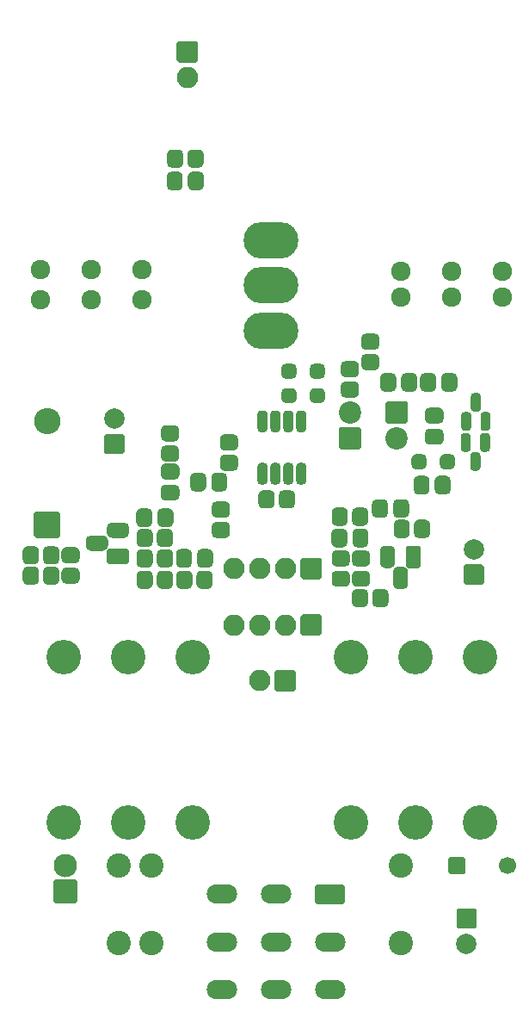
<source format=gts>
G04 #@! TF.GenerationSoftware,KiCad,Pcbnew,7.0.5.1-1-g8f565ef7f0-dirty-deb11*
G04 #@! TF.CreationDate,2023-08-09T17:10:44+00:00*
G04 #@! TF.ProjectId,GreenBean,47726565-6e42-4656-916e-2e6b69636164,rev?*
G04 #@! TF.SameCoordinates,Original*
G04 #@! TF.FileFunction,Soldermask,Top*
G04 #@! TF.FilePolarity,Negative*
%FSLAX46Y46*%
G04 Gerber Fmt 4.6, Leading zero omitted, Abs format (unit mm)*
G04 Created by KiCad (PCBNEW 7.0.5.1-1-g8f565ef7f0-dirty-deb11) date 2023-08-09 17:10:44*
%MOMM*%
%LPD*%
G01*
G04 APERTURE LIST*
%ADD10O,3.000000X1.900000*%
%ADD11C,3.400000*%
%ADD12O,2.100000X2.100000*%
%ADD13C,2.000000*%
%ADD14C,2.300000*%
%ADD15C,2.398980*%
%ADD16C,1.700000*%
%ADD17O,5.400000X3.600000*%
%ADD18C,2.200000*%
%ADD19O,2.600000X2.600000*%
%ADD20C,1.924000*%
G04 APERTURE END LIST*
G36*
G01*
X150050000Y-137075000D02*
X150050000Y-138575000D01*
G75*
G02*
X149850000Y-138775000I-200000J0D01*
G01*
X147250000Y-138775000D01*
G75*
G02*
X147050000Y-138575000I0J200000D01*
G01*
X147050000Y-137075000D01*
G75*
G02*
X147250000Y-136875000I200000J0D01*
G01*
X149850000Y-136875000D01*
G75*
G02*
X150050000Y-137075000I0J-200000D01*
G01*
G37*
D10*
X143250000Y-137825000D03*
X137950000Y-137825000D03*
X148550000Y-142525000D03*
X143250000Y-142550000D03*
X137950000Y-142525000D03*
X148550000Y-147225000D03*
X143250000Y-147225000D03*
X137950000Y-147225000D03*
D11*
X128660000Y-130730000D03*
X128660000Y-114500000D03*
X122310000Y-130730000D03*
X122310000Y-114500000D03*
X135010000Y-130730000D03*
X135010000Y-114500000D03*
G36*
G01*
X133460000Y-55850000D02*
X133460000Y-54150000D01*
G75*
G02*
X133660000Y-53950000I200000J0D01*
G01*
X135360000Y-53950000D01*
G75*
G02*
X135560000Y-54150000I0J-200000D01*
G01*
X135560000Y-55850000D01*
G75*
G02*
X135360000Y-56050000I-200000J0D01*
G01*
X133660000Y-56050000D01*
G75*
G02*
X133460000Y-55850000I0J200000D01*
G01*
G37*
D12*
X134510000Y-57540000D03*
G36*
G01*
X145850000Y-110300000D02*
X147550000Y-110300000D01*
G75*
G02*
X147750000Y-110500000I0J-200000D01*
G01*
X147750000Y-112200000D01*
G75*
G02*
X147550000Y-112400000I-200000J0D01*
G01*
X145850000Y-112400000D01*
G75*
G02*
X145650000Y-112200000I0J200000D01*
G01*
X145650000Y-110500000D01*
G75*
G02*
X145850000Y-110300000I200000J0D01*
G01*
G37*
X144160000Y-111350000D03*
X141620000Y-111350000D03*
X139080000Y-111350000D03*
G36*
G01*
X145850000Y-104750000D02*
X147550000Y-104750000D01*
G75*
G02*
X147750000Y-104950000I0J-200000D01*
G01*
X147750000Y-106650000D01*
G75*
G02*
X147550000Y-106850000I-200000J0D01*
G01*
X145850000Y-106850000D01*
G75*
G02*
X145650000Y-106650000I0J200000D01*
G01*
X145650000Y-104950000D01*
G75*
G02*
X145850000Y-104750000I200000J0D01*
G01*
G37*
X144160000Y-105800000D03*
X141620000Y-105800000D03*
X139080000Y-105800000D03*
G36*
G01*
X161200000Y-139200000D02*
X162800000Y-139200000D01*
G75*
G02*
X163000000Y-139400000I0J-200000D01*
G01*
X163000000Y-141000000D01*
G75*
G02*
X162800000Y-141200000I-200000J0D01*
G01*
X161200000Y-141200000D01*
G75*
G02*
X161000000Y-141000000I0J200000D01*
G01*
X161000000Y-139400000D01*
G75*
G02*
X161200000Y-139200000I200000J0D01*
G01*
G37*
D13*
X162000000Y-142700000D03*
G36*
G01*
X123700000Y-136590000D02*
X123700000Y-138490000D01*
G75*
G02*
X123500000Y-138690000I-200000J0D01*
G01*
X121500000Y-138690000D01*
G75*
G02*
X121300000Y-138490000I0J200000D01*
G01*
X121300000Y-136590000D01*
G75*
G02*
X121500000Y-136390000I200000J0D01*
G01*
X123500000Y-136390000D01*
G75*
G02*
X123700000Y-136590000I0J-200000D01*
G01*
G37*
D14*
X122500000Y-135000000D03*
D15*
X155500000Y-135000000D03*
X155500000Y-142620000D03*
X127760000Y-142600000D03*
X127760000Y-134980000D03*
X131010000Y-135000000D03*
X131010000Y-142620000D03*
G36*
G01*
X160200000Y-135650000D02*
X160200000Y-134350000D01*
G75*
G02*
X160400000Y-134150000I200000J0D01*
G01*
X161700000Y-134150000D01*
G75*
G02*
X161900000Y-134350000I0J-200000D01*
G01*
X161900000Y-135650000D01*
G75*
G02*
X161700000Y-135850000I-200000J0D01*
G01*
X160400000Y-135850000D01*
G75*
G02*
X160200000Y-135650000I0J200000D01*
G01*
G37*
D16*
X166050000Y-135000000D03*
G36*
G01*
X143290000Y-115760000D02*
X144990000Y-115760000D01*
G75*
G02*
X145190000Y-115960000I0J-200000D01*
G01*
X145190000Y-117660000D01*
G75*
G02*
X144990000Y-117860000I-200000J0D01*
G01*
X143290000Y-117860000D01*
G75*
G02*
X143090000Y-117660000I0J200000D01*
G01*
X143090000Y-115960000D01*
G75*
G02*
X143290000Y-115760000I200000J0D01*
G01*
G37*
D12*
X141600000Y-116810000D03*
D11*
X156925000Y-114500000D03*
X156925000Y-130730000D03*
X163275000Y-114500000D03*
X163275000Y-130730000D03*
X150575000Y-114500000D03*
X150575000Y-130730000D03*
G36*
G01*
X141510000Y-99450000D02*
X141510000Y-98550000D01*
G75*
G02*
X141960000Y-98100000I450000J0D01*
G01*
X142660000Y-98100000D01*
G75*
G02*
X143110000Y-98550000I0J-450000D01*
G01*
X143110000Y-99450000D01*
G75*
G02*
X142660000Y-99900000I-450000J0D01*
G01*
X141960000Y-99900000D01*
G75*
G02*
X141510000Y-99450000I0J450000D01*
G01*
G37*
G36*
G01*
X143510000Y-99450000D02*
X143510000Y-98550000D01*
G75*
G02*
X143960000Y-98100000I450000J0D01*
G01*
X144660000Y-98100000D01*
G75*
G02*
X145110000Y-98550000I0J-450000D01*
G01*
X145110000Y-99450000D01*
G75*
G02*
X144660000Y-99900000I-450000J0D01*
G01*
X143960000Y-99900000D01*
G75*
G02*
X143510000Y-99450000I0J450000D01*
G01*
G37*
D17*
X142710000Y-82400000D03*
X142710000Y-77950000D03*
X142710000Y-73500000D03*
G36*
G01*
X151410000Y-94075000D02*
X149610000Y-94075000D01*
G75*
G02*
X149410000Y-93875000I0J200000D01*
G01*
X149410000Y-92075000D01*
G75*
G02*
X149610000Y-91875000I200000J0D01*
G01*
X151410000Y-91875000D01*
G75*
G02*
X151610000Y-92075000I0J-200000D01*
G01*
X151610000Y-93875000D01*
G75*
G02*
X151410000Y-94075000I-200000J0D01*
G01*
G37*
D18*
X150510000Y-90435000D03*
G36*
G01*
X133110000Y-106450000D02*
X133110000Y-107350000D01*
G75*
G02*
X132660000Y-107800000I-450000J0D01*
G01*
X131960000Y-107800000D01*
G75*
G02*
X131510000Y-107350000I0J450000D01*
G01*
X131510000Y-106450000D01*
G75*
G02*
X131960000Y-106000000I450000J0D01*
G01*
X132660000Y-106000000D01*
G75*
G02*
X133110000Y-106450000I0J-450000D01*
G01*
G37*
G36*
G01*
X131110000Y-106450000D02*
X131110000Y-107350000D01*
G75*
G02*
X130660000Y-107800000I-450000J0D01*
G01*
X129960000Y-107800000D01*
G75*
G02*
X129510000Y-107350000I0J450000D01*
G01*
X129510000Y-106450000D01*
G75*
G02*
X129960000Y-106000000I450000J0D01*
G01*
X130660000Y-106000000D01*
G75*
G02*
X131110000Y-106450000I0J-450000D01*
G01*
G37*
G36*
G01*
X154210000Y-89325000D02*
X156010000Y-89325000D01*
G75*
G02*
X156210000Y-89525000I0J-200000D01*
G01*
X156210000Y-91325000D01*
G75*
G02*
X156010000Y-91525000I-200000J0D01*
G01*
X154210000Y-91525000D01*
G75*
G02*
X154010000Y-91325000I0J200000D01*
G01*
X154010000Y-89525000D01*
G75*
G02*
X154210000Y-89325000I200000J0D01*
G01*
G37*
X155110000Y-92965000D03*
G36*
G01*
X137360000Y-99200000D02*
X138260000Y-99200000D01*
G75*
G02*
X138710000Y-99650000I0J-450000D01*
G01*
X138710000Y-100350000D01*
G75*
G02*
X138260000Y-100800000I-450000J0D01*
G01*
X137360000Y-100800000D01*
G75*
G02*
X136910000Y-100350000I0J450000D01*
G01*
X136910000Y-99650000D01*
G75*
G02*
X137360000Y-99200000I450000J0D01*
G01*
G37*
G36*
G01*
X137360000Y-101200000D02*
X138260000Y-101200000D01*
G75*
G02*
X138710000Y-101650000I0J-450000D01*
G01*
X138710000Y-102350000D01*
G75*
G02*
X138260000Y-102800000I-450000J0D01*
G01*
X137360000Y-102800000D01*
G75*
G02*
X136910000Y-102350000I0J450000D01*
G01*
X136910000Y-101650000D01*
G75*
G02*
X137360000Y-101200000I450000J0D01*
G01*
G37*
G36*
G01*
X134785000Y-97775000D02*
X134785000Y-96825000D01*
G75*
G02*
X135235000Y-96375000I450000J0D01*
G01*
X135910000Y-96375000D01*
G75*
G02*
X136360000Y-96825000I0J-450000D01*
G01*
X136360000Y-97775000D01*
G75*
G02*
X135910000Y-98225000I-450000J0D01*
G01*
X135235000Y-98225000D01*
G75*
G02*
X134785000Y-97775000I0J450000D01*
G01*
G37*
G36*
G01*
X136860000Y-97775000D02*
X136860000Y-96825000D01*
G75*
G02*
X137310000Y-96375000I450000J0D01*
G01*
X137985000Y-96375000D01*
G75*
G02*
X138435000Y-96825000I0J-450000D01*
G01*
X138435000Y-97775000D01*
G75*
G02*
X137985000Y-98225000I-450000J0D01*
G01*
X137310000Y-98225000D01*
G75*
G02*
X136860000Y-97775000I0J450000D01*
G01*
G37*
G36*
G01*
X133410000Y-107350000D02*
X133410000Y-106450000D01*
G75*
G02*
X133860000Y-106000000I450000J0D01*
G01*
X134560000Y-106000000D01*
G75*
G02*
X135010000Y-106450000I0J-450000D01*
G01*
X135010000Y-107350000D01*
G75*
G02*
X134560000Y-107800000I-450000J0D01*
G01*
X133860000Y-107800000D01*
G75*
G02*
X133410000Y-107350000I0J450000D01*
G01*
G37*
G36*
G01*
X135410000Y-107350000D02*
X135410000Y-106450000D01*
G75*
G02*
X135860000Y-106000000I450000J0D01*
G01*
X136560000Y-106000000D01*
G75*
G02*
X137010000Y-106450000I0J-450000D01*
G01*
X137010000Y-107350000D01*
G75*
G02*
X136560000Y-107800000I-450000J0D01*
G01*
X135860000Y-107800000D01*
G75*
G02*
X135410000Y-107350000I0J450000D01*
G01*
G37*
G36*
G01*
X145565000Y-90250000D02*
X145865000Y-90250000D01*
G75*
G02*
X146215000Y-90600000I0J-350000D01*
G01*
X146215000Y-92050000D01*
G75*
G02*
X145865000Y-92400000I-350000J0D01*
G01*
X145565000Y-92400000D01*
G75*
G02*
X145215000Y-92050000I0J350000D01*
G01*
X145215000Y-90600000D01*
G75*
G02*
X145565000Y-90250000I350000J0D01*
G01*
G37*
G36*
G01*
X144295000Y-90250000D02*
X144595000Y-90250000D01*
G75*
G02*
X144945000Y-90600000I0J-350000D01*
G01*
X144945000Y-92050000D01*
G75*
G02*
X144595000Y-92400000I-350000J0D01*
G01*
X144295000Y-92400000D01*
G75*
G02*
X143945000Y-92050000I0J350000D01*
G01*
X143945000Y-90600000D01*
G75*
G02*
X144295000Y-90250000I350000J0D01*
G01*
G37*
G36*
G01*
X143025000Y-90250000D02*
X143325000Y-90250000D01*
G75*
G02*
X143675000Y-90600000I0J-350000D01*
G01*
X143675000Y-92050000D01*
G75*
G02*
X143325000Y-92400000I-350000J0D01*
G01*
X143025000Y-92400000D01*
G75*
G02*
X142675000Y-92050000I0J350000D01*
G01*
X142675000Y-90600000D01*
G75*
G02*
X143025000Y-90250000I350000J0D01*
G01*
G37*
G36*
G01*
X141755000Y-90250000D02*
X142055000Y-90250000D01*
G75*
G02*
X142405000Y-90600000I0J-350000D01*
G01*
X142405000Y-92050000D01*
G75*
G02*
X142055000Y-92400000I-350000J0D01*
G01*
X141755000Y-92400000D01*
G75*
G02*
X141405000Y-92050000I0J350000D01*
G01*
X141405000Y-90600000D01*
G75*
G02*
X141755000Y-90250000I350000J0D01*
G01*
G37*
G36*
G01*
X141755000Y-95400000D02*
X142055000Y-95400000D01*
G75*
G02*
X142405000Y-95750000I0J-350000D01*
G01*
X142405000Y-97200000D01*
G75*
G02*
X142055000Y-97550000I-350000J0D01*
G01*
X141755000Y-97550000D01*
G75*
G02*
X141405000Y-97200000I0J350000D01*
G01*
X141405000Y-95750000D01*
G75*
G02*
X141755000Y-95400000I350000J0D01*
G01*
G37*
G36*
G01*
X143025000Y-95400000D02*
X143325000Y-95400000D01*
G75*
G02*
X143675000Y-95750000I0J-350000D01*
G01*
X143675000Y-97200000D01*
G75*
G02*
X143325000Y-97550000I-350000J0D01*
G01*
X143025000Y-97550000D01*
G75*
G02*
X142675000Y-97200000I0J350000D01*
G01*
X142675000Y-95750000D01*
G75*
G02*
X143025000Y-95400000I350000J0D01*
G01*
G37*
G36*
G01*
X144295000Y-95400000D02*
X144595000Y-95400000D01*
G75*
G02*
X144945000Y-95750000I0J-350000D01*
G01*
X144945000Y-97200000D01*
G75*
G02*
X144595000Y-97550000I-350000J0D01*
G01*
X144295000Y-97550000D01*
G75*
G02*
X143945000Y-97200000I0J350000D01*
G01*
X143945000Y-95750000D01*
G75*
G02*
X144295000Y-95400000I350000J0D01*
G01*
G37*
G36*
G01*
X145565000Y-95400000D02*
X145865000Y-95400000D01*
G75*
G02*
X146215000Y-95750000I0J-350000D01*
G01*
X146215000Y-97200000D01*
G75*
G02*
X145865000Y-97550000I-350000J0D01*
G01*
X145565000Y-97550000D01*
G75*
G02*
X145215000Y-97200000I0J350000D01*
G01*
X145215000Y-95750000D01*
G75*
G02*
X145565000Y-95400000I350000J0D01*
G01*
G37*
G36*
G01*
X122560000Y-103700000D02*
X123460000Y-103700000D01*
G75*
G02*
X123910000Y-104150000I0J-450000D01*
G01*
X123910000Y-104850000D01*
G75*
G02*
X123460000Y-105300000I-450000J0D01*
G01*
X122560000Y-105300000D01*
G75*
G02*
X122110000Y-104850000I0J450000D01*
G01*
X122110000Y-104150000D01*
G75*
G02*
X122560000Y-103700000I450000J0D01*
G01*
G37*
G36*
G01*
X122560000Y-105700000D02*
X123460000Y-105700000D01*
G75*
G02*
X123910000Y-106150000I0J-450000D01*
G01*
X123910000Y-106850000D01*
G75*
G02*
X123460000Y-107300000I-450000J0D01*
G01*
X122560000Y-107300000D01*
G75*
G02*
X122110000Y-106850000I0J450000D01*
G01*
X122110000Y-106150000D01*
G75*
G02*
X122560000Y-105700000I450000J0D01*
G01*
G37*
G36*
G01*
X143760000Y-89100000D02*
X143760000Y-88500000D01*
G75*
G02*
X144210000Y-88050000I450000J0D01*
G01*
X144810000Y-88050000D01*
G75*
G02*
X145260000Y-88500000I0J-450000D01*
G01*
X145260000Y-89100000D01*
G75*
G02*
X144810000Y-89550000I-450000J0D01*
G01*
X144210000Y-89550000D01*
G75*
G02*
X143760000Y-89100000I0J450000D01*
G01*
G37*
G36*
G01*
X146560000Y-89100000D02*
X146560000Y-88500000D01*
G75*
G02*
X147010000Y-88050000I450000J0D01*
G01*
X147610000Y-88050000D01*
G75*
G02*
X148060000Y-88500000I0J-450000D01*
G01*
X148060000Y-89100000D01*
G75*
G02*
X147610000Y-89550000I-450000J0D01*
G01*
X147010000Y-89550000D01*
G75*
G02*
X146560000Y-89100000I0J450000D01*
G01*
G37*
G36*
G01*
X156335000Y-99425000D02*
X156335000Y-100375000D01*
G75*
G02*
X155885000Y-100825000I-450000J0D01*
G01*
X155210000Y-100825000D01*
G75*
G02*
X154760000Y-100375000I0J450000D01*
G01*
X154760000Y-99425000D01*
G75*
G02*
X155210000Y-98975000I450000J0D01*
G01*
X155885000Y-98975000D01*
G75*
G02*
X156335000Y-99425000I0J-450000D01*
G01*
G37*
G36*
G01*
X154260000Y-99425000D02*
X154260000Y-100375000D01*
G75*
G02*
X153810000Y-100825000I-450000J0D01*
G01*
X153135000Y-100825000D01*
G75*
G02*
X152685000Y-100375000I0J450000D01*
G01*
X152685000Y-99425000D01*
G75*
G02*
X153135000Y-98975000I450000J0D01*
G01*
X153810000Y-98975000D01*
G75*
G02*
X154260000Y-99425000I0J-450000D01*
G01*
G37*
G36*
G01*
X148060000Y-86100000D02*
X148060000Y-86700000D01*
G75*
G02*
X147610000Y-87150000I-450000J0D01*
G01*
X147010000Y-87150000D01*
G75*
G02*
X146560000Y-86700000I0J450000D01*
G01*
X146560000Y-86100000D01*
G75*
G02*
X147010000Y-85650000I450000J0D01*
G01*
X147610000Y-85650000D01*
G75*
G02*
X148060000Y-86100000I0J-450000D01*
G01*
G37*
G36*
G01*
X145260000Y-86100000D02*
X145260000Y-86700000D01*
G75*
G02*
X144810000Y-87150000I-450000J0D01*
G01*
X144210000Y-87150000D01*
G75*
G02*
X143760000Y-86700000I0J450000D01*
G01*
X143760000Y-86100000D01*
G75*
G02*
X144210000Y-85650000I450000J0D01*
G01*
X144810000Y-85650000D01*
G75*
G02*
X145260000Y-86100000I0J-450000D01*
G01*
G37*
G36*
G01*
X128110000Y-94552651D02*
X126510000Y-94552651D01*
G75*
G02*
X126310000Y-94352651I0J200000D01*
G01*
X126310000Y-92752651D01*
G75*
G02*
X126510000Y-92552651I200000J0D01*
G01*
X128110000Y-92552651D01*
G75*
G02*
X128310000Y-92752651I0J-200000D01*
G01*
X128310000Y-94352651D01*
G75*
G02*
X128110000Y-94552651I-200000J0D01*
G01*
G37*
D13*
X127310000Y-91052651D03*
G36*
G01*
X157135000Y-87025000D02*
X157135000Y-87975000D01*
G75*
G02*
X156685000Y-88425000I-450000J0D01*
G01*
X156010000Y-88425000D01*
G75*
G02*
X155560000Y-87975000I0J450000D01*
G01*
X155560000Y-87025000D01*
G75*
G02*
X156010000Y-86575000I450000J0D01*
G01*
X156685000Y-86575000D01*
G75*
G02*
X157135000Y-87025000I0J-450000D01*
G01*
G37*
G36*
G01*
X155060000Y-87025000D02*
X155060000Y-87975000D01*
G75*
G02*
X154610000Y-88425000I-450000J0D01*
G01*
X153935000Y-88425000D01*
G75*
G02*
X153485000Y-87975000I0J450000D01*
G01*
X153485000Y-87025000D01*
G75*
G02*
X153935000Y-86575000I450000J0D01*
G01*
X154610000Y-86575000D01*
G75*
G02*
X155060000Y-87025000I0J-450000D01*
G01*
G37*
G36*
G01*
X158410000Y-101450000D02*
X158410000Y-102350000D01*
G75*
G02*
X157960000Y-102800000I-450000J0D01*
G01*
X157260000Y-102800000D01*
G75*
G02*
X156810000Y-102350000I0J450000D01*
G01*
X156810000Y-101450000D01*
G75*
G02*
X157260000Y-101000000I450000J0D01*
G01*
X157960000Y-101000000D01*
G75*
G02*
X158410000Y-101450000I0J-450000D01*
G01*
G37*
G36*
G01*
X156410000Y-101450000D02*
X156410000Y-102350000D01*
G75*
G02*
X155960000Y-102800000I-450000J0D01*
G01*
X155260000Y-102800000D01*
G75*
G02*
X154810000Y-102350000I0J450000D01*
G01*
X154810000Y-101450000D01*
G75*
G02*
X155260000Y-101000000I450000J0D01*
G01*
X155960000Y-101000000D01*
G75*
G02*
X156410000Y-101450000I0J-450000D01*
G01*
G37*
G36*
G01*
X148685000Y-103275000D02*
X148685000Y-102325000D01*
G75*
G02*
X149135000Y-101875000I450000J0D01*
G01*
X149810000Y-101875000D01*
G75*
G02*
X150260000Y-102325000I0J-450000D01*
G01*
X150260000Y-103275000D01*
G75*
G02*
X149810000Y-103725000I-450000J0D01*
G01*
X149135000Y-103725000D01*
G75*
G02*
X148685000Y-103275000I0J450000D01*
G01*
G37*
G36*
G01*
X150760000Y-103275000D02*
X150760000Y-102325000D01*
G75*
G02*
X151210000Y-101875000I450000J0D01*
G01*
X151885000Y-101875000D01*
G75*
G02*
X152335000Y-102325000I0J-450000D01*
G01*
X152335000Y-103275000D01*
G75*
G02*
X151885000Y-103725000I-450000J0D01*
G01*
X151210000Y-103725000D01*
G75*
G02*
X150760000Y-103275000I0J450000D01*
G01*
G37*
G36*
G01*
X138160000Y-92600000D02*
X139060000Y-92600000D01*
G75*
G02*
X139510000Y-93050000I0J-450000D01*
G01*
X139510000Y-93750000D01*
G75*
G02*
X139060000Y-94200000I-450000J0D01*
G01*
X138160000Y-94200000D01*
G75*
G02*
X137710000Y-93750000I0J450000D01*
G01*
X137710000Y-93050000D01*
G75*
G02*
X138160000Y-92600000I450000J0D01*
G01*
G37*
G36*
G01*
X138160000Y-94600000D02*
X139060000Y-94600000D01*
G75*
G02*
X139510000Y-95050000I0J-450000D01*
G01*
X139510000Y-95750000D01*
G75*
G02*
X139060000Y-96200000I-450000J0D01*
G01*
X138160000Y-96200000D01*
G75*
G02*
X137710000Y-95750000I0J450000D01*
G01*
X137710000Y-95050000D01*
G75*
G02*
X138160000Y-94600000I450000J0D01*
G01*
G37*
G36*
G01*
X132510000Y-65950000D02*
X132510000Y-65050000D01*
G75*
G02*
X132960000Y-64600000I450000J0D01*
G01*
X133660000Y-64600000D01*
G75*
G02*
X134110000Y-65050000I0J-450000D01*
G01*
X134110000Y-65950000D01*
G75*
G02*
X133660000Y-66400000I-450000J0D01*
G01*
X132960000Y-66400000D01*
G75*
G02*
X132510000Y-65950000I0J450000D01*
G01*
G37*
G36*
G01*
X134510000Y-65950000D02*
X134510000Y-65050000D01*
G75*
G02*
X134960000Y-64600000I450000J0D01*
G01*
X135660000Y-64600000D01*
G75*
G02*
X136110000Y-65050000I0J-450000D01*
G01*
X136110000Y-65950000D01*
G75*
G02*
X135660000Y-66400000I-450000J0D01*
G01*
X134960000Y-66400000D01*
G75*
G02*
X134510000Y-65950000I0J450000D01*
G01*
G37*
G36*
G01*
X160435000Y-97125000D02*
X160435000Y-98075000D01*
G75*
G02*
X159985000Y-98525000I-450000J0D01*
G01*
X159310000Y-98525000D01*
G75*
G02*
X158860000Y-98075000I0J450000D01*
G01*
X158860000Y-97125000D01*
G75*
G02*
X159310000Y-96675000I450000J0D01*
G01*
X159985000Y-96675000D01*
G75*
G02*
X160435000Y-97125000I0J-450000D01*
G01*
G37*
G36*
G01*
X158360000Y-97125000D02*
X158360000Y-98075000D01*
G75*
G02*
X157910000Y-98525000I-450000J0D01*
G01*
X157235000Y-98525000D01*
G75*
G02*
X156785000Y-98075000I0J450000D01*
G01*
X156785000Y-97125000D01*
G75*
G02*
X157235000Y-96675000I450000J0D01*
G01*
X157910000Y-96675000D01*
G75*
G02*
X158360000Y-97125000I0J-450000D01*
G01*
G37*
G36*
G01*
X152060000Y-107600000D02*
X151160000Y-107600000D01*
G75*
G02*
X150710000Y-107150000I0J450000D01*
G01*
X150710000Y-106450000D01*
G75*
G02*
X151160000Y-106000000I450000J0D01*
G01*
X152060000Y-106000000D01*
G75*
G02*
X152510000Y-106450000I0J-450000D01*
G01*
X152510000Y-107150000D01*
G75*
G02*
X152060000Y-107600000I-450000J0D01*
G01*
G37*
G36*
G01*
X152060000Y-105600000D02*
X151160000Y-105600000D01*
G75*
G02*
X150710000Y-105150000I0J450000D01*
G01*
X150710000Y-104450000D01*
G75*
G02*
X151160000Y-104000000I450000J0D01*
G01*
X152060000Y-104000000D01*
G75*
G02*
X152510000Y-104450000I0J-450000D01*
G01*
X152510000Y-105150000D01*
G75*
G02*
X152060000Y-105600000I-450000J0D01*
G01*
G37*
G36*
G01*
X136135000Y-67225000D02*
X136135000Y-68175000D01*
G75*
G02*
X135685000Y-68625000I-450000J0D01*
G01*
X135010000Y-68625000D01*
G75*
G02*
X134560000Y-68175000I0J450000D01*
G01*
X134560000Y-67225000D01*
G75*
G02*
X135010000Y-66775000I450000J0D01*
G01*
X135685000Y-66775000D01*
G75*
G02*
X136135000Y-67225000I0J-450000D01*
G01*
G37*
G36*
G01*
X134060000Y-67225000D02*
X134060000Y-68175000D01*
G75*
G02*
X133610000Y-68625000I-450000J0D01*
G01*
X132935000Y-68625000D01*
G75*
G02*
X132485000Y-68175000I0J450000D01*
G01*
X132485000Y-67225000D01*
G75*
G02*
X132935000Y-66775000I450000J0D01*
G01*
X133610000Y-66775000D01*
G75*
G02*
X134060000Y-67225000I0J-450000D01*
G01*
G37*
G36*
G01*
X152310000Y-100250000D02*
X152310000Y-101150000D01*
G75*
G02*
X151860000Y-101600000I-450000J0D01*
G01*
X151160000Y-101600000D01*
G75*
G02*
X150710000Y-101150000I0J450000D01*
G01*
X150710000Y-100250000D01*
G75*
G02*
X151160000Y-99800000I450000J0D01*
G01*
X151860000Y-99800000D01*
G75*
G02*
X152310000Y-100250000I0J-450000D01*
G01*
G37*
G36*
G01*
X150310000Y-100250000D02*
X150310000Y-101150000D01*
G75*
G02*
X149860000Y-101600000I-450000J0D01*
G01*
X149160000Y-101600000D01*
G75*
G02*
X148710000Y-101150000I0J450000D01*
G01*
X148710000Y-100250000D01*
G75*
G02*
X149160000Y-99800000I450000J0D01*
G01*
X149860000Y-99800000D01*
G75*
G02*
X150310000Y-100250000I0J-450000D01*
G01*
G37*
G36*
G01*
X157510000Y-103750000D02*
X157510000Y-105550000D01*
G75*
G02*
X157310000Y-105750000I-200000J0D01*
G01*
X156210000Y-105750000D01*
G75*
G02*
X156010000Y-105550000I0J200000D01*
G01*
X156010000Y-103750000D01*
G75*
G02*
X156210000Y-103550000I200000J0D01*
G01*
X157310000Y-103550000D01*
G75*
G02*
X157510000Y-103750000I0J-200000D01*
G01*
G37*
G36*
G01*
X156240000Y-106095000D02*
X156240000Y-107345000D01*
G75*
G02*
X155765000Y-107820000I-475000J0D01*
G01*
X155215000Y-107820000D01*
G75*
G02*
X154740000Y-107345000I0J475000D01*
G01*
X154740000Y-106095000D01*
G75*
G02*
X155215000Y-105620000I475000J0D01*
G01*
X155765000Y-105620000D01*
G75*
G02*
X156240000Y-106095000I0J-475000D01*
G01*
G37*
G36*
G01*
X154970000Y-104025000D02*
X154970000Y-105275000D01*
G75*
G02*
X154495000Y-105750000I-475000J0D01*
G01*
X153945000Y-105750000D01*
G75*
G02*
X153470000Y-105275000I0J475000D01*
G01*
X153470000Y-104025000D01*
G75*
G02*
X153945000Y-103550000I475000J0D01*
G01*
X154495000Y-103550000D01*
G75*
G02*
X154970000Y-104025000I0J-475000D01*
G01*
G37*
G36*
G01*
X150710000Y-109150000D02*
X150710000Y-108250000D01*
G75*
G02*
X151160000Y-107800000I450000J0D01*
G01*
X151860000Y-107800000D01*
G75*
G02*
X152310000Y-108250000I0J-450000D01*
G01*
X152310000Y-109150000D01*
G75*
G02*
X151860000Y-109600000I-450000J0D01*
G01*
X151160000Y-109600000D01*
G75*
G02*
X150710000Y-109150000I0J450000D01*
G01*
G37*
G36*
G01*
X152710000Y-109150000D02*
X152710000Y-108250000D01*
G75*
G02*
X153160000Y-107800000I450000J0D01*
G01*
X153860000Y-107800000D01*
G75*
G02*
X154310000Y-108250000I0J-450000D01*
G01*
X154310000Y-109150000D01*
G75*
G02*
X153860000Y-109600000I-450000J0D01*
G01*
X153160000Y-109600000D01*
G75*
G02*
X152710000Y-109150000I0J450000D01*
G01*
G37*
G36*
G01*
X118310000Y-104950000D02*
X118310000Y-104050000D01*
G75*
G02*
X118760000Y-103600000I450000J0D01*
G01*
X119460000Y-103600000D01*
G75*
G02*
X119910000Y-104050000I0J-450000D01*
G01*
X119910000Y-104950000D01*
G75*
G02*
X119460000Y-105400000I-450000J0D01*
G01*
X118760000Y-105400000D01*
G75*
G02*
X118310000Y-104950000I0J450000D01*
G01*
G37*
G36*
G01*
X120310000Y-104950000D02*
X120310000Y-104050000D01*
G75*
G02*
X120760000Y-103600000I450000J0D01*
G01*
X121460000Y-103600000D01*
G75*
G02*
X121910000Y-104050000I0J-450000D01*
G01*
X121910000Y-104950000D01*
G75*
G02*
X121460000Y-105400000I-450000J0D01*
G01*
X120760000Y-105400000D01*
G75*
G02*
X120310000Y-104950000I0J450000D01*
G01*
G37*
G36*
G01*
X163510000Y-107400000D02*
X161910000Y-107400000D01*
G75*
G02*
X161710000Y-107200000I0J200000D01*
G01*
X161710000Y-105600000D01*
G75*
G02*
X161910000Y-105400000I200000J0D01*
G01*
X163510000Y-105400000D01*
G75*
G02*
X163710000Y-105600000I0J-200000D01*
G01*
X163710000Y-107200000D01*
G75*
G02*
X163510000Y-107400000I-200000J0D01*
G01*
G37*
X162710000Y-103900000D03*
G36*
G01*
X129510000Y-103250000D02*
X129510000Y-102350000D01*
G75*
G02*
X129960000Y-101900000I450000J0D01*
G01*
X130660000Y-101900000D01*
G75*
G02*
X131110000Y-102350000I0J-450000D01*
G01*
X131110000Y-103250000D01*
G75*
G02*
X130660000Y-103700000I-450000J0D01*
G01*
X129960000Y-103700000D01*
G75*
G02*
X129510000Y-103250000I0J450000D01*
G01*
G37*
G36*
G01*
X131510000Y-103250000D02*
X131510000Y-102350000D01*
G75*
G02*
X131960000Y-101900000I450000J0D01*
G01*
X132660000Y-101900000D01*
G75*
G02*
X133110000Y-102350000I0J-450000D01*
G01*
X133110000Y-103250000D01*
G75*
G02*
X132660000Y-103700000I-450000J0D01*
G01*
X131960000Y-103700000D01*
G75*
G02*
X131510000Y-103250000I0J450000D01*
G01*
G37*
G36*
G01*
X133285000Y-99125000D02*
X132335000Y-99125000D01*
G75*
G02*
X131885000Y-98675000I0J450000D01*
G01*
X131885000Y-98000000D01*
G75*
G02*
X132335000Y-97550000I450000J0D01*
G01*
X133285000Y-97550000D01*
G75*
G02*
X133735000Y-98000000I0J-450000D01*
G01*
X133735000Y-98675000D01*
G75*
G02*
X133285000Y-99125000I-450000J0D01*
G01*
G37*
G36*
G01*
X133285000Y-97050000D02*
X132335000Y-97050000D01*
G75*
G02*
X131885000Y-96600000I0J450000D01*
G01*
X131885000Y-95925000D01*
G75*
G02*
X132335000Y-95475000I450000J0D01*
G01*
X133285000Y-95475000D01*
G75*
G02*
X133735000Y-95925000I0J-450000D01*
G01*
X133735000Y-96600000D01*
G75*
G02*
X133285000Y-97050000I-450000J0D01*
G01*
G37*
G36*
G01*
X133135000Y-100325000D02*
X133135000Y-101275000D01*
G75*
G02*
X132685000Y-101725000I-450000J0D01*
G01*
X132010000Y-101725000D01*
G75*
G02*
X131560000Y-101275000I0J450000D01*
G01*
X131560000Y-100325000D01*
G75*
G02*
X132010000Y-99875000I450000J0D01*
G01*
X132685000Y-99875000D01*
G75*
G02*
X133135000Y-100325000I0J-450000D01*
G01*
G37*
G36*
G01*
X131060000Y-100325000D02*
X131060000Y-101275000D01*
G75*
G02*
X130610000Y-101725000I-450000J0D01*
G01*
X129935000Y-101725000D01*
G75*
G02*
X129485000Y-101275000I0J450000D01*
G01*
X129485000Y-100325000D01*
G75*
G02*
X129935000Y-99875000I450000J0D01*
G01*
X130610000Y-99875000D01*
G75*
G02*
X131060000Y-100325000I0J-450000D01*
G01*
G37*
G36*
G01*
X157422500Y-87975000D02*
X157422500Y-87025000D01*
G75*
G02*
X157872500Y-86575000I450000J0D01*
G01*
X158547500Y-86575000D01*
G75*
G02*
X158997500Y-87025000I0J-450000D01*
G01*
X158997500Y-87975000D01*
G75*
G02*
X158547500Y-88425000I-450000J0D01*
G01*
X157872500Y-88425000D01*
G75*
G02*
X157422500Y-87975000I0J450000D01*
G01*
G37*
G36*
G01*
X159497500Y-87975000D02*
X159497500Y-87025000D01*
G75*
G02*
X159947500Y-86575000I450000J0D01*
G01*
X160622500Y-86575000D01*
G75*
G02*
X161072500Y-87025000I0J-450000D01*
G01*
X161072500Y-87975000D01*
G75*
G02*
X160622500Y-88425000I-450000J0D01*
G01*
X159947500Y-88425000D01*
G75*
G02*
X159497500Y-87975000I0J450000D01*
G01*
G37*
G36*
G01*
X129510000Y-105250000D02*
X129510000Y-104350000D01*
G75*
G02*
X129960000Y-103900000I450000J0D01*
G01*
X130660000Y-103900000D01*
G75*
G02*
X131110000Y-104350000I0J-450000D01*
G01*
X131110000Y-105250000D01*
G75*
G02*
X130660000Y-105700000I-450000J0D01*
G01*
X129960000Y-105700000D01*
G75*
G02*
X129510000Y-105250000I0J450000D01*
G01*
G37*
G36*
G01*
X131510000Y-105250000D02*
X131510000Y-104350000D01*
G75*
G02*
X131960000Y-103900000I450000J0D01*
G01*
X132660000Y-103900000D01*
G75*
G02*
X133110000Y-104350000I0J-450000D01*
G01*
X133110000Y-105250000D01*
G75*
G02*
X132660000Y-105700000I-450000J0D01*
G01*
X131960000Y-105700000D01*
G75*
G02*
X131510000Y-105250000I0J450000D01*
G01*
G37*
G36*
G01*
X128580000Y-105320000D02*
X126780000Y-105320000D01*
G75*
G02*
X126580000Y-105120000I0J200000D01*
G01*
X126580000Y-104020000D01*
G75*
G02*
X126780000Y-103820000I200000J0D01*
G01*
X128580000Y-103820000D01*
G75*
G02*
X128780000Y-104020000I0J-200000D01*
G01*
X128780000Y-105120000D01*
G75*
G02*
X128580000Y-105320000I-200000J0D01*
G01*
G37*
G36*
G01*
X126235000Y-104050000D02*
X124985000Y-104050000D01*
G75*
G02*
X124510000Y-103575000I0J475000D01*
G01*
X124510000Y-103025000D01*
G75*
G02*
X124985000Y-102550000I475000J0D01*
G01*
X126235000Y-102550000D01*
G75*
G02*
X126710000Y-103025000I0J-475000D01*
G01*
X126710000Y-103575000D01*
G75*
G02*
X126235000Y-104050000I-475000J0D01*
G01*
G37*
G36*
G01*
X128305000Y-102780000D02*
X127055000Y-102780000D01*
G75*
G02*
X126580000Y-102305000I0J475000D01*
G01*
X126580000Y-101755000D01*
G75*
G02*
X127055000Y-101280000I475000J0D01*
G01*
X128305000Y-101280000D01*
G75*
G02*
X128780000Y-101755000I0J-475000D01*
G01*
X128780000Y-102305000D01*
G75*
G02*
X128305000Y-102780000I-475000J0D01*
G01*
G37*
G36*
G01*
X162110000Y-92275000D02*
X161810000Y-92275000D01*
G75*
G02*
X161460000Y-91925000I0J350000D01*
G01*
X161460000Y-90750000D01*
G75*
G02*
X161810000Y-90400000I350000J0D01*
G01*
X162110000Y-90400000D01*
G75*
G02*
X162460000Y-90750000I0J-350000D01*
G01*
X162460000Y-91925000D01*
G75*
G02*
X162110000Y-92275000I-350000J0D01*
G01*
G37*
G36*
G01*
X164010000Y-92275000D02*
X163710000Y-92275000D01*
G75*
G02*
X163360000Y-91925000I0J350000D01*
G01*
X163360000Y-90750000D01*
G75*
G02*
X163710000Y-90400000I350000J0D01*
G01*
X164010000Y-90400000D01*
G75*
G02*
X164360000Y-90750000I0J-350000D01*
G01*
X164360000Y-91925000D01*
G75*
G02*
X164010000Y-92275000I-350000J0D01*
G01*
G37*
G36*
G01*
X163060000Y-90400000D02*
X162760000Y-90400000D01*
G75*
G02*
X162410000Y-90050000I0J350000D01*
G01*
X162410000Y-88875000D01*
G75*
G02*
X162760000Y-88525000I350000J0D01*
G01*
X163060000Y-88525000D01*
G75*
G02*
X163410000Y-88875000I0J-350000D01*
G01*
X163410000Y-90050000D01*
G75*
G02*
X163060000Y-90400000I-350000J0D01*
G01*
G37*
G36*
G01*
X152960000Y-86300000D02*
X152060000Y-86300000D01*
G75*
G02*
X151610000Y-85850000I0J450000D01*
G01*
X151610000Y-85150000D01*
G75*
G02*
X152060000Y-84700000I450000J0D01*
G01*
X152960000Y-84700000D01*
G75*
G02*
X153410000Y-85150000I0J-450000D01*
G01*
X153410000Y-85850000D01*
G75*
G02*
X152960000Y-86300000I-450000J0D01*
G01*
G37*
G36*
G01*
X152960000Y-84300000D02*
X152060000Y-84300000D01*
G75*
G02*
X151610000Y-83850000I0J450000D01*
G01*
X151610000Y-83150000D01*
G75*
G02*
X152060000Y-82700000I450000J0D01*
G01*
X152960000Y-82700000D01*
G75*
G02*
X153410000Y-83150000I0J-450000D01*
G01*
X153410000Y-83850000D01*
G75*
G02*
X152960000Y-84300000I-450000J0D01*
G01*
G37*
G36*
G01*
X150060000Y-85400000D02*
X150960000Y-85400000D01*
G75*
G02*
X151410000Y-85850000I0J-450000D01*
G01*
X151410000Y-86550000D01*
G75*
G02*
X150960000Y-87000000I-450000J0D01*
G01*
X150060000Y-87000000D01*
G75*
G02*
X149610000Y-86550000I0J450000D01*
G01*
X149610000Y-85850000D01*
G75*
G02*
X150060000Y-85400000I450000J0D01*
G01*
G37*
G36*
G01*
X150060000Y-87400000D02*
X150960000Y-87400000D01*
G75*
G02*
X151410000Y-87850000I0J-450000D01*
G01*
X151410000Y-88550000D01*
G75*
G02*
X150960000Y-89000000I-450000J0D01*
G01*
X150060000Y-89000000D01*
G75*
G02*
X149610000Y-88550000I0J450000D01*
G01*
X149610000Y-87850000D01*
G75*
G02*
X150060000Y-87400000I450000J0D01*
G01*
G37*
G36*
G01*
X159285000Y-93625000D02*
X158335000Y-93625000D01*
G75*
G02*
X157885000Y-93175000I0J450000D01*
G01*
X157885000Y-92500000D01*
G75*
G02*
X158335000Y-92050000I450000J0D01*
G01*
X159285000Y-92050000D01*
G75*
G02*
X159735000Y-92500000I0J-450000D01*
G01*
X159735000Y-93175000D01*
G75*
G02*
X159285000Y-93625000I-450000J0D01*
G01*
G37*
G36*
G01*
X159285000Y-91550000D02*
X158335000Y-91550000D01*
G75*
G02*
X157885000Y-91100000I0J450000D01*
G01*
X157885000Y-90425000D01*
G75*
G02*
X158335000Y-89975000I450000J0D01*
G01*
X159285000Y-89975000D01*
G75*
G02*
X159735000Y-90425000I0J-450000D01*
G01*
X159735000Y-91100000D01*
G75*
G02*
X159285000Y-91550000I-450000J0D01*
G01*
G37*
G36*
G01*
X133385000Y-105275000D02*
X133385000Y-104325000D01*
G75*
G02*
X133835000Y-103875000I450000J0D01*
G01*
X134510000Y-103875000D01*
G75*
G02*
X134960000Y-104325000I0J-450000D01*
G01*
X134960000Y-105275000D01*
G75*
G02*
X134510000Y-105725000I-450000J0D01*
G01*
X133835000Y-105725000D01*
G75*
G02*
X133385000Y-105275000I0J450000D01*
G01*
G37*
G36*
G01*
X135460000Y-105275000D02*
X135460000Y-104325000D01*
G75*
G02*
X135910000Y-103875000I450000J0D01*
G01*
X136585000Y-103875000D01*
G75*
G02*
X137035000Y-104325000I0J-450000D01*
G01*
X137035000Y-105275000D01*
G75*
G02*
X136585000Y-105725000I-450000J0D01*
G01*
X135910000Y-105725000D01*
G75*
G02*
X135460000Y-105275000I0J450000D01*
G01*
G37*
G36*
G01*
X163660000Y-92462500D02*
X163960000Y-92462500D01*
G75*
G02*
X164310000Y-92812500I0J-350000D01*
G01*
X164310000Y-93987500D01*
G75*
G02*
X163960000Y-94337500I-350000J0D01*
G01*
X163660000Y-94337500D01*
G75*
G02*
X163310000Y-93987500I0J350000D01*
G01*
X163310000Y-92812500D01*
G75*
G02*
X163660000Y-92462500I350000J0D01*
G01*
G37*
G36*
G01*
X161760000Y-92462500D02*
X162060000Y-92462500D01*
G75*
G02*
X162410000Y-92812500I0J-350000D01*
G01*
X162410000Y-93987500D01*
G75*
G02*
X162060000Y-94337500I-350000J0D01*
G01*
X161760000Y-94337500D01*
G75*
G02*
X161410000Y-93987500I0J350000D01*
G01*
X161410000Y-92812500D01*
G75*
G02*
X161760000Y-92462500I350000J0D01*
G01*
G37*
G36*
G01*
X162710000Y-94337500D02*
X163010000Y-94337500D01*
G75*
G02*
X163360000Y-94687500I0J-350000D01*
G01*
X163360000Y-95862500D01*
G75*
G02*
X163010000Y-96212500I-350000J0D01*
G01*
X162710000Y-96212500D01*
G75*
G02*
X162360000Y-95862500I0J350000D01*
G01*
X162360000Y-94687500D01*
G75*
G02*
X162710000Y-94337500I350000J0D01*
G01*
G37*
G36*
G01*
X133260000Y-95300000D02*
X132360000Y-95300000D01*
G75*
G02*
X131910000Y-94850000I0J450000D01*
G01*
X131910000Y-94150000D01*
G75*
G02*
X132360000Y-93700000I450000J0D01*
G01*
X133260000Y-93700000D01*
G75*
G02*
X133710000Y-94150000I0J-450000D01*
G01*
X133710000Y-94850000D01*
G75*
G02*
X133260000Y-95300000I-450000J0D01*
G01*
G37*
G36*
G01*
X133260000Y-93300000D02*
X132360000Y-93300000D01*
G75*
G02*
X131910000Y-92850000I0J450000D01*
G01*
X131910000Y-92150000D01*
G75*
G02*
X132360000Y-91700000I450000J0D01*
G01*
X133260000Y-91700000D01*
G75*
G02*
X133710000Y-92150000I0J-450000D01*
G01*
X133710000Y-92850000D01*
G75*
G02*
X133260000Y-93300000I-450000J0D01*
G01*
G37*
G36*
G01*
X160860000Y-95000000D02*
X160860000Y-95600000D01*
G75*
G02*
X160410000Y-96050000I-450000J0D01*
G01*
X159810000Y-96050000D01*
G75*
G02*
X159360000Y-95600000I0J450000D01*
G01*
X159360000Y-95000000D01*
G75*
G02*
X159810000Y-94550000I450000J0D01*
G01*
X160410000Y-94550000D01*
G75*
G02*
X160860000Y-95000000I0J-450000D01*
G01*
G37*
G36*
G01*
X158060000Y-95000000D02*
X158060000Y-95600000D01*
G75*
G02*
X157610000Y-96050000I-450000J0D01*
G01*
X157010000Y-96050000D01*
G75*
G02*
X156560000Y-95600000I0J450000D01*
G01*
X156560000Y-95000000D01*
G75*
G02*
X157010000Y-94550000I450000J0D01*
G01*
X157610000Y-94550000D01*
G75*
G02*
X158060000Y-95000000I0J-450000D01*
G01*
G37*
G36*
G01*
X118310000Y-106950000D02*
X118310000Y-106050000D01*
G75*
G02*
X118760000Y-105600000I450000J0D01*
G01*
X119460000Y-105600000D01*
G75*
G02*
X119910000Y-106050000I0J-450000D01*
G01*
X119910000Y-106950000D01*
G75*
G02*
X119460000Y-107400000I-450000J0D01*
G01*
X118760000Y-107400000D01*
G75*
G02*
X118310000Y-106950000I0J450000D01*
G01*
G37*
G36*
G01*
X120310000Y-106950000D02*
X120310000Y-106050000D01*
G75*
G02*
X120760000Y-105600000I450000J0D01*
G01*
X121460000Y-105600000D01*
G75*
G02*
X121910000Y-106050000I0J-450000D01*
G01*
X121910000Y-106950000D01*
G75*
G02*
X121460000Y-107400000I-450000J0D01*
G01*
X120760000Y-107400000D01*
G75*
G02*
X120310000Y-106950000I0J450000D01*
G01*
G37*
G36*
G01*
X150060000Y-107600000D02*
X149160000Y-107600000D01*
G75*
G02*
X148710000Y-107150000I0J450000D01*
G01*
X148710000Y-106450000D01*
G75*
G02*
X149160000Y-106000000I450000J0D01*
G01*
X150060000Y-106000000D01*
G75*
G02*
X150510000Y-106450000I0J-450000D01*
G01*
X150510000Y-107150000D01*
G75*
G02*
X150060000Y-107600000I-450000J0D01*
G01*
G37*
G36*
G01*
X150060000Y-105600000D02*
X149160000Y-105600000D01*
G75*
G02*
X148710000Y-105150000I0J450000D01*
G01*
X148710000Y-104450000D01*
G75*
G02*
X149160000Y-104000000I450000J0D01*
G01*
X150060000Y-104000000D01*
G75*
G02*
X150510000Y-104450000I0J-450000D01*
G01*
X150510000Y-105150000D01*
G75*
G02*
X150060000Y-105600000I-450000J0D01*
G01*
G37*
G36*
G01*
X121810000Y-102780000D02*
X119610000Y-102780000D01*
G75*
G02*
X119410000Y-102580000I0J200000D01*
G01*
X119410000Y-100380000D01*
G75*
G02*
X119610000Y-100180000I200000J0D01*
G01*
X121810000Y-100180000D01*
G75*
G02*
X122010000Y-100380000I0J-200000D01*
G01*
X122010000Y-102580000D01*
G75*
G02*
X121810000Y-102780000I-200000J0D01*
G01*
G37*
D19*
X120710000Y-91320000D03*
D20*
X155510000Y-79154168D03*
X160510000Y-79154168D03*
X165510000Y-79154168D03*
X130010000Y-76445832D03*
X125010000Y-76445832D03*
X120010000Y-76445832D03*
X165510000Y-76550000D03*
X160510000Y-76550000D03*
X155510000Y-76550000D03*
X120010000Y-79404168D03*
X125010000Y-79404168D03*
X130010000Y-79404168D03*
M02*

</source>
